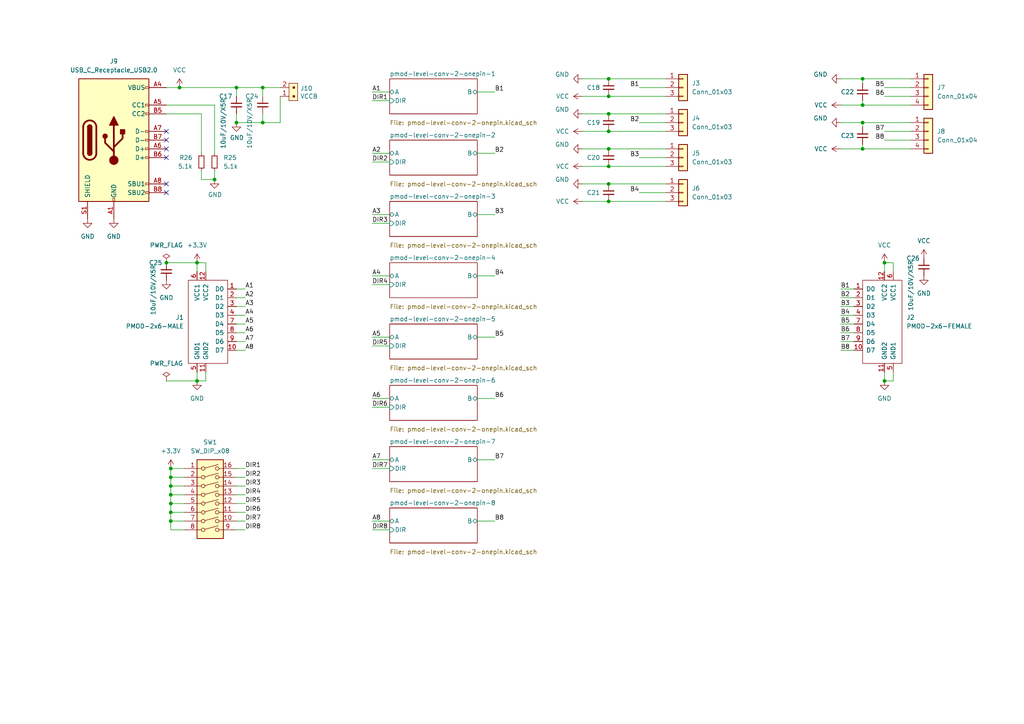
<source format=kicad_sch>
(kicad_sch (version 20230121) (generator eeschema)
  (paper "A4")
  (lib_symbols
    (symbol "dk_Rectangular-Connectors-Headers-Male-Pins:S2B-PH-SM4-TB_LF__SN_" (pin_names (offset 1.016))
      (property "Reference" "J" (at -2.54 -1.27 0))
      (property "Value" "S2B-PH-SM4-TB_LF__SN_" (at 1.27 -3.81 0))
      (symbol "S2B-PH-SM4-TB_LF__SN__1_1"
        (rectangle (start -1.27 0) (end 3.81 -2.54) (fill (type background)))
        (rectangle (start -0.254 -1.143) (end 0.254 -1.651) (fill (type outline)))
        (rectangle (start 2.286 -1.143) (end 2.794 -1.651) (fill (type outline)))
        (pin passive line (at 0 2.54 270) (length 2.54) (name "~") (number "1"))
        (pin passive line (at 2.54 2.54 270) (length 2.54) (name "~") (number "2"))
      )
    )
    (symbol "jlcpcb-basic-capacitor-0603:10uF,10V,X5R "
      (property "Reference" "C" (at 1.71 0.508 0))
      (property "Value" "10uF,10V,X5R " (at 1.71 -1.016 0))
      (symbol "10uF,10V,X5R _0_0"
        (polyline (pts (xy -1.524 -0.508) (xy 1.524 -0.508)) (stroke (width 0.3048)))
        (polyline (pts (xy -1.524 0.508) (xy 1.524 0.508)) (stroke (width 0.3048)))
        (pin passive line (at 0 2.54 270) (length 2.032) (name "~") (number "1"))
        (pin passive line (at 0 -2.54 90) (length 2.032) (name "~") (number "2"))
      )
    )
    (symbol "jlcpcb-basic-resistor-0402:5.1k"
      (property "Reference" "R" (at 0.762 0.508 0))
      (property "Value" "5.1k" (at 0.762 -1.016 0))
      (symbol "5.1k_0_0"
        (rectangle (start -0.762 1.778) (end 0.762 -1.778) (stroke (width 0.2032)))
        (pin passive line (at 0 2.54 270) (length 0.762) (name "~") (number "1"))
        (pin passive line (at 0 -2.54 90) (length 0.762) (name "~") (number "2"))
      )
    )
    (symbol "power:+3.3V" (power) (pin_names (offset 0))
      (property "Value" "+3.3V" (at 0 3.556 0))
      (symbol "+3.3V_0_1"
        (polyline (pts (xy -0.762 1.27) (xy 0 2.54)))
        (polyline (pts (xy 0 0) (xy 0 2.54)))
        (polyline (pts (xy 0 2.54) (xy 0.762 1.27)))
      )
      (symbol "+3.3V_1_1"
        (pin power_in line (at 0 0 90) (length 0) hide (name "+3.3V") (number "1"))
      )
    )
    (symbol "power:GND" (power) (pin_names (offset 0))
      (property "Value" "GND" (at 0 -3.81 0))
      (symbol "GND_0_1"
        (polyline (pts (xy 0 0) (xy 0 -1.27) (xy 1.27 -1.27) (xy 0 -2.54) (xy -1.27 -1.27) (xy 0 -1.27)))
      )
      (symbol "GND_1_1"
        (pin power_in line (at 0 0 270) (length 0) hide (name "GND") (number "1"))
      )
    )
    (symbol "power:PWR_FLAG" (power) (pin_numbers hide) (pin_names (offset 0) hide)
      (property "Value" "PWR_FLAG" (at 0 3.81 0))
      (symbol "PWR_FLAG_0_0"
        (pin power_out line (at 0 0 90) (length 0) (name "pwr") (number "1"))
      )
      (symbol "PWR_FLAG_0_1"
        (polyline (pts (xy 0 0) (xy 0 1.27) (xy -1.016 1.905) (xy 0 2.54) (xy 1.016 1.905) (xy 0 1.27)))
      )
    )
    (symbol "power:VCC" (power) (pin_names (offset 0))
      (property "Value" "VCC" (at 0 3.81 0))
      (symbol "VCC_0_1"
        (polyline (pts (xy -0.762 1.27) (xy 0 2.54)))
        (polyline (pts (xy 0 0) (xy 0 2.54)))
        (polyline (pts (xy 0 2.54) (xy 0.762 1.27)))
      )
      (symbol "VCC_1_1"
        (pin power_in line (at 0 0 90) (length 0) hide (name "VCC") (number "1"))
      )
    )
    (symbol "tom-connectors:Conn_01x03" (pin_names (offset 1.016) hide)
      (property "Reference" "J" (at 0 5.08 0))
      (property "Value" "Conn_01x03" (at 0 -5.08 0))
      (symbol "Conn_01x03_1_1"
        (rectangle (start -1.27 -2.413) (end 0 -2.667) (stroke (width 0.1524)))
        (rectangle (start -1.27 0.127) (end 0 -0.127) (stroke (width 0.1524)))
        (rectangle (start -1.27 2.667) (end 0 2.413) (stroke (width 0.1524)))
        (rectangle (start -1.27 3.81) (end 1.27 -3.81) (stroke (width 0.254)) (fill (type background)))
        (pin passive line (at -5.08 2.54 0) (length 3.81) (name "Pin_1") (number "1"))
        (pin passive line (at -5.08 0 0) (length 3.81) (name "Pin_2") (number "2"))
        (pin passive line (at -5.08 -2.54 0) (length 3.81) (name "Pin_3") (number "3"))
      )
    )
    (symbol "tom-connectors:Conn_01x04" (pin_names (offset 1.016) hide)
      (property "Reference" "J" (at 0 5.08 0))
      (property "Value" "Conn_01x04" (at 0 -7.62 0))
      (symbol "Conn_01x04_1_1"
        (rectangle (start -1.27 -4.953) (end 0 -5.207) (stroke (width 0.1524)))
        (rectangle (start -1.27 -2.413) (end 0 -2.667) (stroke (width 0.1524)))
        (rectangle (start -1.27 0.127) (end 0 -0.127) (stroke (width 0.1524)))
        (rectangle (start -1.27 2.667) (end 0 2.413) (stroke (width 0.1524)))
        (rectangle (start -1.27 3.81) (end 1.27 -6.35) (stroke (width 0.254)) (fill (type background)))
        (pin passive line (at -5.08 2.54 0) (length 3.81) (name "Pin_1") (number "1"))
        (pin passive line (at -5.08 0 0) (length 3.81) (name "Pin_2") (number "2"))
        (pin passive line (at -5.08 -2.54 0) (length 3.81) (name "Pin_3") (number "3"))
        (pin passive line (at -5.08 -5.08 0) (length 3.81) (name "Pin_4") (number "4"))
      )
    )
    (symbol "tom-connectors:PMOD-2x6-FEMALE" (pin_names (offset 1.016))
      (property "Reference" "J" (at 3.81 -11.43 0))
      (property "Value" "PMOD-2x6-FEMALE" (at -7.62 0 90))
      (symbol "PMOD-2x6-FEMALE_1_1"
        (rectangle (start -6.35 11.43) (end 5.08 -12.7))
        (rectangle (start 3.81 -6.35) (end 3.81 -6.35))
        (pin bidirectional line (at 7.62 8.89 180) (length 2.54) (name "D0") (number "1"))
        (pin bidirectional line (at 7.62 -8.89 180) (length 2.54) (name "D7") (number "10"))
        (pin passive line (at -1.27 -15.24 90) (length 2.54) (name "GND2") (number "11"))
        (pin passive line (at -1.27 13.97 270) (length 2.54) (name "VCC2") (number "12"))
        (pin bidirectional line (at 7.62 6.35 180) (length 2.54) (name "D1") (number "2"))
        (pin bidirectional line (at 7.62 3.81 180) (length 2.54) (name "D2") (number "3"))
        (pin bidirectional line (at 7.62 1.27 180) (length 2.54) (name "D3") (number "4"))
        (pin passive line (at -3.81 -15.24 90) (length 2.54) (name "GND1") (number "5"))
        (pin passive line (at -3.81 13.97 270) (length 2.54) (name "VCC1") (number "6"))
        (pin bidirectional line (at 7.62 -1.27 180) (length 2.54) (name "D4") (number "7"))
        (pin bidirectional line (at 7.62 -3.81 180) (length 2.54) (name "D5") (number "8"))
        (pin bidirectional line (at 7.62 -6.35 180) (length 2.54) (name "D6") (number "9"))
      )
    )
    (symbol "tom-connectors:PMOD-2x6-MALE" (pin_names (offset 1.016))
      (property "Reference" "J" (at 2.54 -13.97 0))
      (property "Value" "PMOD-2x6-MALE" (at -8.89 -2.54 90))
      (symbol "PMOD-2x6-MALE_0_1"
        (rectangle (start -7.62 8.89) (end 3.81 -15.24))
        (rectangle (start 2.54 -8.89) (end 2.54 -8.89))
      )
      (symbol "PMOD-2x6-MALE_1_1"
        (pin bidirectional line (at 6.35 6.35 180) (length 2.54) (name "D0") (number "1"))
        (pin bidirectional line (at 6.35 -11.43 180) (length 2.54) (name "D7") (number "10"))
        (pin passive line (at -2.54 -17.78 90) (length 2.54) (name "GND2") (number "11"))
        (pin passive line (at -2.54 11.43 270) (length 2.54) (name "VCC2") (number "12"))
        (pin bidirectional line (at 6.35 3.81 180) (length 2.54) (name "D1") (number "2"))
        (pin bidirectional line (at 6.35 1.27 180) (length 2.54) (name "D2") (number "3"))
        (pin bidirectional line (at 6.35 -1.27 180) (length 2.54) (name "D3") (number "4"))
        (pin passive line (at -5.08 -17.78 90) (length 2.54) (name "GND1") (number "5"))
        (pin passive line (at -5.08 11.43 270) (length 2.54) (name "VCC1") (number "6"))
        (pin bidirectional line (at 6.35 -3.81 180) (length 2.54) (name "D4") (number "7"))
        (pin bidirectional line (at 6.35 -6.35 180) (length 2.54) (name "D5") (number "8"))
        (pin bidirectional line (at 6.35 -8.89 180) (length 2.54) (name "D6") (number "9"))
      )
    )
    (symbol "tom-connectors:USB_C_Receptacle_USB2.0" (pin_names (offset 1.016))
      (property "Reference" "J" (at -10.16 19.05 0))
      (property "Value" "USB_C_Receptacle_USB2.0" (at 19.05 19.05 0))
      (symbol "USB_C_Receptacle_USB2.0_0_0"
        (rectangle (start -0.254 -17.78) (end 0.254 -16.764))
        (rectangle (start 10.16 -14.986) (end 9.144 -15.494))
        (rectangle (start 10.16 -12.446) (end 9.144 -12.954))
        (rectangle (start 10.16 -4.826) (end 9.144 -5.334))
        (rectangle (start 10.16 -2.286) (end 9.144 -2.794))
        (rectangle (start 10.16 0.254) (end 9.144 -0.254))
        (rectangle (start 10.16 2.794) (end 9.144 2.286))
        (rectangle (start 10.16 7.874) (end 9.144 7.366))
        (rectangle (start 10.16 10.414) (end 9.144 9.906))
        (rectangle (start 10.16 15.494) (end 9.144 14.986))
      )
      (symbol "USB_C_Receptacle_USB2.0_0_1"
        (rectangle (start -10.16 17.78) (end 10.16 -17.78) (stroke (width 0.254)) (fill (type background)))
        (arc (start -8.89 -3.81) (mid -6.985 -5.7067) (end -5.08 -3.81) (stroke (width 0.508)))
        (arc (start -7.62 -3.81) (mid -6.985 -4.4423) (end -6.35 -3.81) (stroke (width 0.254)))
        (arc (start -7.62 -3.81) (mid -6.985 -4.4423) (end -6.35 -3.81) (stroke (width 0.254)) (fill (type outline)))
        (rectangle (start -7.62 -3.81) (end -6.35 3.81) (stroke (width 0.254)) (fill (type outline)))
        (arc (start -6.35 3.81) (mid -6.985 4.4423) (end -7.62 3.81) (stroke (width 0.254)))
        (arc (start -6.35 3.81) (mid -6.985 4.4423) (end -7.62 3.81) (stroke (width 0.254)) (fill (type outline)))
        (arc (start -5.08 3.81) (mid -6.985 5.7067) (end -8.89 3.81) (stroke (width 0.508)))
        (circle (center -2.54 1.143) (radius 0.635) (stroke (width 0.254)) (fill (type outline)))
        (circle (center 0 -5.842) (radius 1.27) (fill (type outline)))
        (polyline (pts (xy -8.89 -3.81) (xy -8.89 3.81)) (stroke (width 0.508)))
        (polyline (pts (xy -5.08 3.81) (xy -5.08 -3.81)) (stroke (width 0.508)))
        (polyline (pts (xy 0 -5.842) (xy 0 4.318)) (stroke (width 0.508)))
        (polyline (pts (xy 0 -3.302) (xy -2.54 -0.762) (xy -2.54 0.508)) (stroke (width 0.508)))
        (polyline (pts (xy 0 -2.032) (xy 2.54 0.508) (xy 2.54 1.778)) (stroke (width 0.508)))
        (polyline (pts (xy -1.27 4.318) (xy 0 6.858) (xy 1.27 4.318) (xy -1.27 4.318)) (stroke (width 0.254)) (fill (type outline)))
        (rectangle (start 1.905 1.778) (end 3.175 3.048) (stroke (width 0.254)) (fill (type outline)))
      )
      (symbol "USB_C_Receptacle_USB2.0_1_1"
        (pin passive line (at 0 -22.86 90) (length 5.08) (name "GND") (number "A1"))
        (pin passive line (at 0 -22.86 90) (length 5.08) hide (name "GND") (number "A12"))
        (pin passive line (at 15.24 15.24 180) (length 5.08) (name "VBUS") (number "A4"))
        (pin bidirectional line (at 15.24 10.16 180) (length 5.08) (name "CC1") (number "A5"))
        (pin bidirectional line (at 15.24 -2.54 180) (length 5.08) (name "D+") (number "A6"))
        (pin bidirectional line (at 15.24 2.54 180) (length 5.08) (name "D-") (number "A7"))
        (pin bidirectional line (at 15.24 -12.7 180) (length 5.08) (name "SBU1") (number "A8"))
        (pin passive line (at 15.24 15.24 180) (length 5.08) hide (name "VBUS") (number "A9"))
        (pin passive line (at 0 -22.86 90) (length 5.08) hide (name "GND") (number "B1"))
        (pin passive line (at 0 -22.86 90) (length 5.08) hide (name "GND") (number "B12"))
        (pin passive line (at 15.24 15.24 180) (length 5.08) hide (name "VBUS") (number "B4"))
        (pin bidirectional line (at 15.24 7.62 180) (length 5.08) (name "CC2") (number "B5"))
        (pin bidirectional line (at 15.24 -5.08 180) (length 5.08) (name "D+") (number "B6"))
        (pin bidirectional line (at 15.24 0 180) (length 5.08) (name "D-") (number "B7"))
        (pin bidirectional line (at 15.24 -15.24 180) (length 5.08) (name "SBU2") (number "B8"))
        (pin passive line (at 15.24 15.24 180) (length 5.08) hide (name "VBUS") (number "B9"))
        (pin passive line (at -7.62 -22.86 90) (length 5.08) (name "SHIELD") (number "S1"))
      )
    )
    (symbol "tom-mechanical:SW_DIP_x08" (pin_names (offset 0) hide)
      (property "Reference" "SW" (at 0 13.97 0))
      (property "Value" "SW_DIP_x08" (at 0 -11.43 0))
      (symbol "SW_DIP_x08_0_0"
        (circle (center -2.032 -7.62) (radius 0.508))
        (circle (center -2.032 -5.08) (radius 0.508))
        (circle (center -2.032 -2.54) (radius 0.508))
        (circle (center -2.032 0) (radius 0.508))
        (circle (center -2.032 2.54) (radius 0.508))
        (circle (center -2.032 5.08) (radius 0.508))
        (circle (center -2.032 7.62) (radius 0.508))
        (circle (center -2.032 10.16) (radius 0.508))
        (polyline (pts (xy -1.524 -7.4676) (xy 2.3622 -6.4262)))
        (polyline (pts (xy -1.524 -4.9276) (xy 2.3622 -3.8862)))
        (polyline (pts (xy -1.524 -2.3876) (xy 2.3622 -1.3462)))
        (polyline (pts (xy -1.524 0.127) (xy 2.3622 1.1684)))
        (polyline (pts (xy -1.524 2.667) (xy 2.3622 3.7084)))
        (polyline (pts (xy -1.524 5.207) (xy 2.3622 6.2484)))
        (polyline (pts (xy -1.524 7.747) (xy 2.3622 8.7884)))
        (polyline (pts (xy -1.524 10.287) (xy 2.3622 11.3284)))
        (circle (center 2.032 -7.62) (radius 0.508))
        (circle (center 2.032 -5.08) (radius 0.508))
        (circle (center 2.032 -2.54) (radius 0.508))
        (circle (center 2.032 0) (radius 0.508))
        (circle (center 2.032 2.54) (radius 0.508))
        (circle (center 2.032 5.08) (radius 0.508))
        (circle (center 2.032 7.62) (radius 0.508))
        (circle (center 2.032 10.16) (radius 0.508))
      )
      (symbol "SW_DIP_x08_0_1"
        (rectangle (start -3.81 12.7) (end 3.81 -10.16) (stroke (width 0.254)) (fill (type background)))
      )
      (symbol "SW_DIP_x08_1_1"
        (pin passive line (at -7.62 10.16 0) (length 5.08) (name "~") (number "1"))
        (pin passive line (at 7.62 -5.08 180) (length 5.08) (name "~") (number "10"))
        (pin passive line (at 7.62 -2.54 180) (length 5.08) (name "~") (number "11"))
        (pin passive line (at 7.62 0 180) (length 5.08) (name "~") (number "12"))
        (pin passive line (at 7.62 2.54 180) (length 5.08) (name "~") (number "13"))
        (pin passive line (at 7.62 5.08 180) (length 5.08) (name "~") (number "14"))
        (pin passive line (at 7.62 7.62 180) (length 5.08) (name "~") (number "15"))
        (pin passive line (at 7.62 10.16 180) (length 5.08) (name "~") (number "16"))
        (pin passive line (at -7.62 7.62 0) (length 5.08) (name "~") (number "2"))
        (pin passive line (at -7.62 5.08 0) (length 5.08) (name "~") (number "3"))
        (pin passive line (at -7.62 2.54 0) (length 5.08) (name "~") (number "4"))
        (pin passive line (at -7.62 0 0) (length 5.08) (name "~") (number "5"))
        (pin passive line (at -7.62 -2.54 0) (length 5.08) (name "~") (number "6"))
        (pin passive line (at -7.62 -5.08 0) (length 5.08) (name "~") (number "7"))
        (pin passive line (at -7.62 -7.62 0) (length 5.08) (name "~") (number "8"))
        (pin passive line (at 7.62 -7.62 180) (length 5.08) (name "~") (number "9"))
      )
    )
  )
  (junction (at 57.15 76.2))
  (junction (at 48.26 76.2))
  (junction (at 176.53 22.86))
  (junction (at 49.53 140.97))
  (junction (at 250.19 30.48))
  (junction (at 62.23 52.07))
  (junction (at 57.15 110.49))
  (junction (at 76.2 25.4))
  (junction (at 49.53 138.43))
  (junction (at 256.54 110.49))
  (junction (at 176.53 43.18))
  (junction (at 68.58 35.56))
  (junction (at 250.19 35.56))
  (junction (at 52.07 25.4))
  (junction (at 49.53 151.13))
  (junction (at 49.53 143.51))
  (junction (at 49.53 146.05))
  (junction (at 176.53 38.1))
  (junction (at 250.19 22.86))
  (junction (at 76.2 35.56))
  (junction (at 49.53 148.59))
  (junction (at 49.53 135.89))
  (junction (at 176.53 58.42))
  (junction (at 256.54 76.2))
  (junction (at 68.58 25.4))
  (junction (at 176.53 53.34))
  (junction (at 176.53 27.94))
  (junction (at 250.19 43.18))
  (junction (at 176.53 48.26))
  (junction (at 176.53 33.02))
  (no_connect (at 48.26 55.88))
  (no_connect (at 48.26 43.18))
  (no_connect (at 48.26 53.34))
  (no_connect (at 48.26 38.1))
  (no_connect (at 48.26 45.72))
  (no_connect (at 48.26 40.64))
  (wire (pts (xy 68.58 148.59) (xy 71.12 148.59)))
  (wire (pts (xy 68.58 99.06) (xy 71.12 99.06)))
  (wire (pts (xy 168.91 43.18) (xy 176.53 43.18)))
  (wire (pts (xy 68.58 96.52) (xy 71.12 96.52)))
  (wire (pts (xy 62.23 30.48) (xy 48.26 30.48)))
  (wire (pts (xy 49.53 143.51) (xy 53.34 143.51)))
  (wire (pts (xy 250.19 43.18) (xy 264.16 43.18)))
  (wire (pts (xy 49.53 140.97) (xy 49.53 143.51)))
  (wire (pts (xy 250.19 30.48) (xy 264.16 30.48)))
  (wire (pts (xy 107.95 26.67) (xy 113.03 26.67)))
  (wire (pts (xy 68.58 138.43) (xy 71.12 138.43)))
  (wire (pts (xy 107.95 44.45) (xy 113.03 44.45)))
  (wire (pts (xy 243.84 43.18) (xy 250.19 43.18)))
  (wire (pts (xy 138.43 115.57) (xy 143.51 115.57)))
  (wire (pts (xy 185.42 45.72) (xy 193.04 45.72)))
  (wire (pts (xy 250.19 29.21) (xy 250.19 30.48)))
  (wire (pts (xy 176.53 38.1) (xy 193.04 38.1)))
  (wire (pts (xy 48.26 25.4) (xy 52.07 25.4)))
  (wire (pts (xy 107.95 100.33) (xy 113.03 100.33)))
  (wire (pts (xy 259.08 78.74) (xy 259.08 76.2)))
  (wire (pts (xy 107.95 29.21) (xy 113.03 29.21)))
  (wire (pts (xy 107.95 115.57) (xy 113.03 115.57)))
  (wire (pts (xy 243.84 93.98) (xy 247.65 93.98)))
  (wire (pts (xy 256.54 38.1) (xy 264.16 38.1)))
  (wire (pts (xy 138.43 44.45) (xy 143.51 44.45)))
  (wire (pts (xy 68.58 153.67) (xy 71.12 153.67)))
  (wire (pts (xy 68.58 83.82) (xy 71.12 83.82)))
  (wire (pts (xy 49.53 151.13) (xy 53.34 151.13)))
  (wire (pts (xy 107.95 97.79) (xy 113.03 97.79)))
  (wire (pts (xy 49.53 146.05) (xy 49.53 148.59)))
  (wire (pts (xy 59.69 107.95) (xy 59.69 110.49)))
  (wire (pts (xy 107.95 82.55) (xy 113.03 82.55)))
  (wire (pts (xy 49.53 135.89) (xy 53.34 135.89)))
  (wire (pts (xy 176.53 48.26) (xy 193.04 48.26)))
  (wire (pts (xy 68.58 101.6) (xy 71.12 101.6)))
  (wire (pts (xy 243.84 96.52) (xy 247.65 96.52)))
  (wire (pts (xy 49.53 146.05) (xy 53.34 146.05)))
  (wire (pts (xy 250.19 22.86) (xy 264.16 22.86)))
  (wire (pts (xy 107.95 46.99) (xy 113.03 46.99)))
  (wire (pts (xy 168.91 27.94) (xy 176.53 27.94)))
  (wire (pts (xy 68.58 88.9) (xy 71.12 88.9)))
  (wire (pts (xy 176.53 22.86) (xy 193.04 22.86)))
  (wire (pts (xy 59.69 76.2) (xy 59.69 78.74)))
  (wire (pts (xy 168.91 53.34) (xy 176.53 53.34)))
  (wire (pts (xy 68.58 140.97) (xy 71.12 140.97)))
  (wire (pts (xy 107.95 151.13) (xy 113.03 151.13)))
  (wire (pts (xy 138.43 80.01) (xy 143.51 80.01)))
  (wire (pts (xy 49.53 151.13) (xy 49.53 153.67)))
  (wire (pts (xy 49.53 138.43) (xy 49.53 140.97)))
  (wire (pts (xy 138.43 151.13) (xy 143.51 151.13)))
  (wire (pts (xy 138.43 97.79) (xy 143.51 97.79)))
  (wire (pts (xy 49.53 148.59) (xy 49.53 151.13)))
  (wire (pts (xy 168.91 22.86) (xy 176.53 22.86)))
  (wire (pts (xy 107.95 64.77) (xy 113.03 64.77)))
  (wire (pts (xy 68.58 86.36) (xy 71.12 86.36)))
  (wire (pts (xy 250.19 35.56) (xy 264.16 35.56)))
  (wire (pts (xy 168.91 38.1) (xy 176.53 38.1)))
  (wire (pts (xy 52.07 25.4) (xy 68.58 25.4)))
  (wire (pts (xy 68.58 135.89) (xy 71.12 135.89)))
  (wire (pts (xy 49.53 138.43) (xy 53.34 138.43)))
  (wire (pts (xy 250.19 41.91) (xy 250.19 43.18)))
  (wire (pts (xy 256.54 25.4) (xy 264.16 25.4)))
  (wire (pts (xy 250.19 22.86) (xy 250.19 24.13)))
  (wire (pts (xy 107.95 80.01) (xy 113.03 80.01)))
  (wire (pts (xy 168.91 48.26) (xy 176.53 48.26)))
  (wire (pts (xy 57.15 76.2) (xy 57.15 78.74)))
  (wire (pts (xy 58.42 52.07) (xy 62.23 52.07)))
  (wire (pts (xy 107.95 62.23) (xy 113.03 62.23)))
  (wire (pts (xy 81.28 35.56) (xy 76.2 35.56)))
  (wire (pts (xy 68.58 93.98) (xy 71.12 93.98)))
  (wire (pts (xy 107.95 135.89) (xy 113.03 135.89)))
  (wire (pts (xy 76.2 33.02) (xy 76.2 35.56)))
  (wire (pts (xy 185.42 55.88) (xy 193.04 55.88)))
  (wire (pts (xy 48.26 76.2) (xy 57.15 76.2)))
  (wire (pts (xy 176.53 58.42) (xy 193.04 58.42)))
  (wire (pts (xy 243.84 101.6) (xy 247.65 101.6)))
  (wire (pts (xy 62.23 44.45) (xy 62.23 30.48)))
  (wire (pts (xy 176.53 43.18) (xy 193.04 43.18)))
  (wire (pts (xy 49.53 143.51) (xy 49.53 146.05)))
  (wire (pts (xy 256.54 107.95) (xy 256.54 110.49)))
  (wire (pts (xy 49.53 148.59) (xy 53.34 148.59)))
  (wire (pts (xy 243.84 22.86) (xy 250.19 22.86)))
  (wire (pts (xy 49.53 140.97) (xy 53.34 140.97)))
  (wire (pts (xy 68.58 33.02) (xy 68.58 35.56)))
  (wire (pts (xy 243.84 86.36) (xy 247.65 86.36)))
  (wire (pts (xy 76.2 35.56) (xy 68.58 35.56)))
  (wire (pts (xy 76.2 25.4) (xy 68.58 25.4)))
  (wire (pts (xy 256.54 40.64) (xy 264.16 40.64)))
  (wire (pts (xy 176.53 33.02) (xy 193.04 33.02)))
  (wire (pts (xy 185.42 35.56) (xy 193.04 35.56)))
  (wire (pts (xy 81.28 27.94) (xy 81.28 35.56)))
  (wire (pts (xy 168.91 33.02) (xy 176.53 33.02)))
  (wire (pts (xy 256.54 76.2) (xy 256.54 78.74)))
  (wire (pts (xy 81.28 25.4) (xy 76.2 25.4)))
  (wire (pts (xy 243.84 30.48) (xy 250.19 30.48)))
  (wire (pts (xy 138.43 26.67) (xy 143.51 26.67)))
  (wire (pts (xy 176.53 53.34) (xy 193.04 53.34)))
  (wire (pts (xy 49.53 153.67) (xy 53.34 153.67)))
  (wire (pts (xy 57.15 76.2) (xy 59.69 76.2)))
  (wire (pts (xy 68.58 143.51) (xy 71.12 143.51)))
  (wire (pts (xy 243.84 91.44) (xy 247.65 91.44)))
  (wire (pts (xy 48.26 110.49) (xy 57.15 110.49)))
  (wire (pts (xy 243.84 35.56) (xy 250.19 35.56)))
  (wire (pts (xy 243.84 88.9) (xy 247.65 88.9)))
  (wire (pts (xy 107.95 118.11) (xy 113.03 118.11)))
  (wire (pts (xy 259.08 110.49) (xy 256.54 110.49)))
  (wire (pts (xy 250.19 35.56) (xy 250.19 36.83)))
  (wire (pts (xy 256.54 27.94) (xy 264.16 27.94)))
  (wire (pts (xy 168.91 58.42) (xy 176.53 58.42)))
  (wire (pts (xy 58.42 49.53) (xy 58.42 52.07)))
  (wire (pts (xy 62.23 49.53) (xy 62.23 52.07)))
  (wire (pts (xy 68.58 25.4) (xy 68.58 27.94)))
  (wire (pts (xy 107.95 133.35) (xy 113.03 133.35)))
  (wire (pts (xy 138.43 133.35) (xy 143.51 133.35)))
  (wire (pts (xy 48.26 33.02) (xy 58.42 33.02)))
  (wire (pts (xy 58.42 33.02) (xy 58.42 44.45)))
  (wire (pts (xy 68.58 91.44) (xy 71.12 91.44)))
  (wire (pts (xy 243.84 99.06) (xy 247.65 99.06)))
  (wire (pts (xy 138.43 62.23) (xy 143.51 62.23)))
  (wire (pts (xy 49.53 135.89) (xy 49.53 138.43)))
  (wire (pts (xy 107.95 153.67) (xy 113.03 153.67)))
  (wire (pts (xy 68.58 151.13) (xy 71.12 151.13)))
  (wire (pts (xy 59.69 110.49) (xy 57.15 110.49)))
  (wire (pts (xy 57.15 110.49) (xy 57.15 107.95)))
  (wire (pts (xy 176.53 27.94) (xy 193.04 27.94)))
  (wire (pts (xy 68.58 146.05) (xy 71.12 146.05)))
  (wire (pts (xy 259.08 107.95) (xy 259.08 110.49)))
  (wire (pts (xy 259.08 76.2) (xy 256.54 76.2)))
  (wire (pts (xy 185.42 25.4) (xy 193.04 25.4)))
  (wire (pts (xy 243.84 83.82) (xy 247.65 83.82)))
  (wire (pts (xy 76.2 25.4) (xy 76.2 27.94)))
  (label "DIR7" (at 71.12 151.13 0))
  (label "B8" (at 243.84 101.6 0))
  (label "B1" (at 243.84 83.82 0))
  (label "DIR5" (at 71.12 146.05 0))
  (label "A5" (at 71.12 93.98 0))
  (label "DIR1" (at 107.95 29.21 0))
  (label "A2" (at 107.95 44.45 0))
  (label "B1" (at 185.42 25.4 180))
  (label "A4" (at 107.95 80.01 0))
  (label "A1" (at 107.95 26.67 0))
  (label "A3" (at 71.12 88.9 0))
  (label "B4" (at 185.42 55.88 180))
  (label "B3" (at 185.42 45.72 180))
  (label "B6" (at 243.84 96.52 0))
  (label "A8" (at 71.12 101.6 0))
  (label "B8" (at 143.51 151.13 0))
  (label "DIR2" (at 71.12 138.43 0))
  (label "A7" (at 107.95 133.35 0))
  (label "B7" (at 143.51 133.35 0))
  (label "B5" (at 243.84 93.98 0))
  (label "B5" (at 143.51 97.79 0))
  (label "A3" (at 107.95 62.23 0))
  (label "DIR5" (at 107.95 100.33 0))
  (label "A6" (at 71.12 96.52 0))
  (label "B5" (at 256.54 25.4 180))
  (label "B3" (at 243.84 88.9 0))
  (label "B7" (at 243.84 99.06 0))
  (label "B2" (at 185.42 35.56 180))
  (label "A2" (at 71.12 86.36 0))
  (label "B6" (at 143.51 115.57 0))
  (label "DIR6" (at 71.12 148.59 0))
  (label "DIR7" (at 107.95 135.89 0))
  (label "A5" (at 107.95 97.79 0))
  (label "DIR3" (at 71.12 140.97 0))
  (label "B2" (at 143.51 44.45 0))
  (label "DIR1" (at 71.12 135.89 0))
  (label "A8" (at 107.95 151.13 0))
  (label "DIR3" (at 107.95 64.77 0))
  (label "DIR6" (at 107.95 118.11 0))
  (label "DIR4" (at 71.12 143.51 0))
  (label "A7" (at 71.12 99.06 0))
  (label "B8" (at 256.54 40.64 180))
  (label "DIR2" (at 107.95 46.99 0))
  (label "DIR8" (at 107.95 153.67 0))
  (label "B3" (at 143.51 62.23 0))
  (label "B6" (at 256.54 27.94 180))
  (label "A1" (at 71.12 83.82 0))
  (label "B2" (at 243.84 86.36 0))
  (label "DIR4" (at 107.95 82.55 0))
  (label "A6" (at 107.95 115.57 0))
  (label "A4" (at 71.12 91.44 0))
  (label "B7" (at 256.54 38.1 180))
  (label "B4" (at 243.84 91.44 0))
  (label "DIR8" (at 71.12 153.67 0))
  (label "B4" (at 143.51 80.01 0))
  (label "B1" (at 143.51 26.67 0))
  (symbol (lib_id "power:GND") (at 256.54 110.49 0) (unit 1)
    (property "Reference" "#PWR043" (effects hide))
    (property "Value" "GND" (at 256.54 115.57 0))
  )
  (symbol (lib_id "tom-connectors:PMOD-2x6-FEMALE") (at 255.27 92.71 0) (mirror y) (unit 1) (in_bom no)
    (property "Reference" "J2" (at 262.89 92.075 0) (effects (justify right)))
    (property "Value" "PMOD-2x6-FEMALE" (at 262.89 94.615 0) (effects (justify right)))
    (property "Footprint" "tom-connectors:PMOD_2X6_PTH_RA_SOCKET" (effects hide))
    (property "LCSC" "DNP" (effects hide))
  )
  (symbol (lib_id "power:GND") (at 168.91 22.86 270) (unit 1)
    (property "Reference" "#PWR045" (effects hide))
    (property "Value" "GND" (at 165.1 21.59 90) (effects (justify right)))
  )
  (symbol (lib_id "jlcpcb-basic-capacitor-0603:10uF,10V,X5R ") (at 48.26 78.74 0) (unit 1)
    (property "Reference" "C25" (at 43.18 76.2 0) (effects (justify left)))
    (property "Value" "10uF/10V/X5R " (at 44.45 91.44 90) (effects (justify left)))
    (property "Footprint" "tom-passives:C_0603_1608Metric" (effects hide))
    (property "Datasheet" "https://datasheet.lcsc.com/lcsc/1810191219_Samsung-Electro-Mechanics-CL10A106KP8NNNC_C19702.pdf" (effects hide))
    (property "LCSC" "C19702" (effects hide))
    (property "MFG" "Samsung Electro-Mechanics" (effects hide))
    (property "MFGPN" "CL10A106KP8NNNC" (effects hide))
  )
  (symbol (lib_id "jlcpcb-basic-capacitor-0603:10uF,10V,X5R ") (at 176.53 55.88 0) (unit 1)
    (property "Reference" "C21" (at 170.18 55.88 0) (effects (justify left)))
    (property "Value" "10uF/10V/X5R " (effects hide))
    (property "Footprint" "tom-passives:C_0603_1608Metric" (effects hide))
    (property "Datasheet" "https://datasheet.lcsc.com/lcsc/1810191219_Samsung-Electro-Mechanics-CL10A106KP8NNNC_C19702.pdf" (effects hide))
    (property "LCSC" "C19702" (effects hide))
    (property "MFG" "Samsung Electro-Mechanics" (effects hide))
    (property "MFGPN" "CL10A106KP8NNNC" (effects hide))
  )
  (symbol (lib_id "power:GND") (at 62.23 52.07 0) (unit 1)
    (property "Reference" "#PWR062" (effects hide))
    (property "Value" "GND" (at 62.357 56.4642 0))
  )
  (symbol (lib_id "tom-connectors:PMOD-2x6-MALE") (at 62.23 90.17 0) (unit 1) (in_bom no)
    (property "Reference" "J1" (at 53.34 92.075 0) (effects (justify right)))
    (property "Value" "PMOD-2x6-MALE" (at 53.34 94.615 0) (effects (justify right)))
    (property "Footprint" "tom-connectors:PMOD_2X6_PTH_RA_PLUG" (effects hide))
    (property "LCSC" "DNP" (effects hide))
  )
  (symbol (lib_id "jlcpcb-basic-capacitor-0603:10uF,10V,X5R ") (at 68.58 30.48 0) (unit 1)
    (property "Reference" "C17" (at 63.5 27.94 0) (effects (justify left)))
    (property "Value" "10uF/10V/X5R " (at 64.77 43.18 90) (effects (justify left)))
    (property "Footprint" "tom-passives:C_0603_1608Metric" (effects hide))
    (property "Datasheet" "https://datasheet.lcsc.com/lcsc/1810191219_Samsung-Electro-Mechanics-CL10A106KP8NNNC_C19702.pdf" (effects hide))
    (property "LCSC" "C19702" (effects hide))
    (property "MFG" "Samsung Electro-Mechanics" (effects hide))
    (property "MFGPN" "CL10A106KP8NNNC" (effects hide))
  )
  (symbol (lib_id "power:+3.3V") (at 57.15 76.2 0) (unit 1)
    (property "Reference" "#PWR041" (effects hide))
    (property "Value" "+3.3V" (at 57.15 71.12 0))
  )
  (symbol (lib_id "power:VCC") (at 243.84 30.48 90) (unit 1)
    (property "Reference" "#PWR054" (effects hide))
    (property "Value" "VCC" (at 240.03 30.48 90) (effects (justify left)))
  )
  (symbol (lib_id "jlcpcb-basic-capacitor-0603:10uF,10V,X5R ") (at 267.97 77.47 0) (unit 1)
    (property "Reference" "C26" (at 262.89 74.93 0) (effects (justify left)))
    (property "Value" "10uF/10V/X5R " (at 264.16 90.17 90) (effects (justify left)))
    (property "Footprint" "tom-passives:C_0603_1608Metric" (effects hide))
    (property "Datasheet" "https://datasheet.lcsc.com/lcsc/1810191219_Samsung-Electro-Mechanics-CL10A106KP8NNNC_C19702.pdf" (effects hide))
    (property "LCSC" "C19702" (effects hide))
    (property "MFG" "Samsung Electro-Mechanics" (effects hide))
    (property "MFGPN" "CL10A106KP8NNNC" (effects hide))
  )
  (symbol (lib_id "power:VCC") (at 168.91 58.42 90) (unit 1)
    (property "Reference" "#PWR052" (effects hide))
    (property "Value" "VCC" (at 165.1 58.42 90) (effects (justify left)))
  )
  (symbol (lib_id "jlcpcb-basic-resistor-0402:5.1k") (at 62.23 46.99 0) (unit 1)
    (property "Reference" "R25" (at 64.77 45.72 0) (effects (justify left)))
    (property "Value" "5.1k" (at 64.77 48.26 0) (effects (justify left)))
    (property "Footprint" "tom-passives:R_0402_1005Metric" (effects hide))
    (property "Datasheet" "https://datasheet.lcsc.com/lcsc/2110260030_UNI-ROYAL-Uniroyal-Elec-0402WGF5101TCE_C25905.pdf" (effects hide))
    (property "LCSC" "C25905" (effects hide))
    (property "MFG" "UNI-ROYAL(Uniroyal Elec)" (effects hide))
    (property "MFGPN" "0402WGF5101TCE" (effects hide))
  )
  (symbol (lib_id "power:GND") (at 25.4 63.5 0) (unit 1)
    (property "Reference" "#PWR058" (effects hide))
    (property "Value" "GND" (at 25.4 68.58 0))
  )
  (symbol (lib_id "power:GND") (at 267.97 80.01 0) (unit 1)
    (property "Reference" "#PWR064" (effects hide))
    (property "Value" "GND" (at 267.97 85.09 0))
  )
  (symbol (lib_id "power:GND") (at 68.58 35.56 0) (unit 1)
    (property "Reference" "#PWR061" (effects hide))
    (property "Value" "GND" (at 68.707 39.9542 0))
  )
  (symbol (lib_id "power:VCC") (at 52.07 25.4 0) (unit 1)
    (property "Reference" "#PWR060" (effects hide))
    (property "Value" "VCC" (at 52.07 20.32 0))
  )
  (symbol (lib_id "power:VCC") (at 168.91 38.1 90) (unit 1)
    (property "Reference" "#PWR048" (effects hide))
    (property "Value" "VCC" (at 165.1 38.1 90) (effects (justify left)))
  )
  (symbol (lib_id "power:GND") (at 57.15 110.49 0) (unit 1)
    (property "Reference" "#PWR042" (effects hide))
    (property "Value" "GND" (at 57.15 115.57 0))
  )
  (symbol (lib_id "power:GND") (at 33.02 63.5 0) (unit 1)
    (property "Reference" "#PWR059" (effects hide))
    (property "Value" "GND" (at 33.02 68.58 0))
  )
  (symbol (lib_id "jlcpcb-basic-capacitor-0603:10uF,10V,X5R ") (at 176.53 45.72 0) (unit 1)
    (property "Reference" "C20" (at 170.18 45.72 0) (effects (justify left)))
    (property "Value" "10uF/10V/X5R " (effects hide))
    (property "Footprint" "tom-passives:C_0603_1608Metric" (effects hide))
    (property "Datasheet" "https://datasheet.lcsc.com/lcsc/1810191219_Samsung-Electro-Mechanics-CL10A106KP8NNNC_C19702.pdf" (effects hide))
    (property "LCSC" "C19702" (effects hide))
    (property "MFG" "Samsung Electro-Mechanics" (effects hide))
    (property "MFGPN" "CL10A106KP8NNNC" (effects hide))
  )
  (symbol (lib_id "tom-connectors:Conn_01x03") (at 198.12 25.4 0) (unit 1)
    (property "Reference" "J3" (at 200.66 24.13 0) (effects (justify left)))
    (property "Value" "Conn_01x03" (at 200.66 26.67 0) (effects (justify left)))
    (property "Footprint" "tom-connectors:CONN_ZH_3P_HORIZ_C722679" (effects hide))
    (property "LCSC" "C722679" (effects hide))
  )
  (symbol (lib_id "power:+3.3V") (at 49.53 135.89 0) (unit 1)
    (property "Reference" "#PWR057" (effects hide))
    (property "Value" "+3.3V" (at 49.53 130.81 0))
  )
  (symbol (lib_id "power:VCC") (at 243.84 43.18 90) (unit 1)
    (property "Reference" "#PWR056" (effects hide))
    (property "Value" "VCC" (at 240.03 43.18 90) (effects (justify left)))
  )
  (symbol (lib_id "power:GND") (at 168.91 33.02 270) (unit 1)
    (property "Reference" "#PWR047" (effects hide))
    (property "Value" "GND" (at 165.1 31.75 90) (effects (justify right)))
  )
  (symbol (lib_id "power:GND") (at 168.91 43.18 270) (unit 1)
    (property "Reference" "#PWR049" (effects hide))
    (property "Value" "GND" (at 165.1 41.91 90) (effects (justify right)))
  )
  (symbol (lib_id "jlcpcb-basic-capacitor-0603:10uF,10V,X5R ") (at 250.19 26.67 0) (unit 1)
    (property "Reference" "C22" (at 243.84 26.67 0) (effects (justify left)))
    (property "Value" "10uF/10V/X5R " (effects hide))
    (property "Footprint" "tom-passives:C_0603_1608Metric" (effects hide))
    (property "Datasheet" "https://datasheet.lcsc.com/lcsc/1810191219_Samsung-Electro-Mechanics-CL10A106KP8NNNC_C19702.pdf" (effects hide))
    (property "LCSC" "C19702" (effects hide))
    (property "MFG" "Samsung Electro-Mechanics" (effects hide))
    (property "MFGPN" "CL10A106KP8NNNC" (effects hide))
  )
  (symbol (lib_id "tom-connectors:USB_C_Receptacle_USB2.0") (at 33.02 40.64 0) (unit 1)
    (property "Reference" "J9" (at 33.02 17.78 0))
    (property "Value" "USB_C_Receptacle_USB2.0" (at 33.02 20.32 0))
    (property "Footprint" "tom-connectors:USB_C_Receptacle_LCSC_C165948" (effects hide))
    (property "Datasheet" "https://www.usb.org/sites/default/files/documents/usb_type-c.zip" (effects hide))
    (property "LCSC" "C165948" (effects hide))
  )
  (symbol (lib_id "power:GND") (at 48.26 81.28 0) (unit 1)
    (property "Reference" "#PWR063" (effects hide))
    (property "Value" "GND" (at 48.26 86.36 0))
  )
  (symbol (lib_id "tom-connectors:Conn_01x03") (at 198.12 55.88 0) (unit 1)
    (property "Reference" "J6" (at 200.66 54.61 0) (effects (justify left)))
    (property "Value" "Conn_01x03" (at 200.66 57.15 0) (effects (justify left)))
    (property "Footprint" "tom-connectors:CONN_ZH_3P_HORIZ_C722679" (effects hide))
    (property "LCSC" "C722679" (effects hide))
  )
  (symbol (lib_id "power:VCC") (at 267.97 74.93 0) (unit 1)
    (property "Reference" "#PWR065" (effects hide))
    (property "Value" "VCC" (at 267.97 69.85 0))
  )
  (symbol (lib_id "power:PWR_FLAG") (at 48.26 76.2 0) (unit 1)
    (property "Reference" "#FLG02" (effects hide))
    (property "Value" "PWR_FLAG" (at 48.26 71.12 0))
  )
  (symbol (lib_id "dk_Rectangular-Connectors-Headers-Male-Pins:S2B-PH-SM4-TB_LF__SN_") (at 83.82 27.94 90) (unit 1)
    (property "Reference" "J10" (at 87.0712 25.6286 90) (effects (justify right)))
    (property "Value" "VCCB" (at 87.0712 27.94 90) (effects (justify right)))
    (property "Footprint" "tom-connectors:CONN_ZH_2P_HORIZ_C265329" (effects hide))
    (property "Datasheet" "http://www.jst-mfg.com/product/pdf/eng/ePH.pdf" (effects hide))
    (property "LCSC" "C265329" (effects hide))
  )
  (symbol (lib_id "power:VCC") (at 168.91 48.26 90) (unit 1)
    (property "Reference" "#PWR050" (effects hide))
    (property "Value" "VCC" (at 165.1 48.26 90) (effects (justify left)))
  )
  (symbol (lib_id "power:GND") (at 168.91 53.34 270) (unit 1)
    (property "Reference" "#PWR051" (effects hide))
    (property "Value" "GND" (at 165.1 52.07 90) (effects (justify right)))
  )
  (symbol (lib_id "tom-connectors:Conn_01x03") (at 198.12 45.72 0) (unit 1)
    (property "Reference" "J5" (at 200.66 44.45 0) (effects (justify left)))
    (property "Value" "Conn_01x03" (at 200.66 46.99 0) (effects (justify left)))
    (property "Footprint" "tom-connectors:CONN_ZH_3P_HORIZ_C722679" (effects hide))
    (property "LCSC" "C722679" (effects hide))
  )
  (symbol (lib_id "power:VCC") (at 256.54 76.2 0) (unit 1)
    (property "Reference" "#PWR044" (effects hide))
    (property "Value" "VCC" (at 256.54 71.12 0))
  )
  (symbol (lib_id "tom-connectors:Conn_01x04") (at 269.24 25.4 0) (unit 1)
    (property "Reference" "J7" (at 271.78 25.4 0) (effects (justify left)))
    (property "Value" "Conn_01x04" (at 271.78 27.94 0) (effects (justify left)))
    (property "Footprint" "tom-connectors:CONN_ZH_4P_HORIZ_C5248024" (effects hide))
    (property "LCSC" "C5248024" (effects hide))
  )
  (symbol (lib_id "power:VCC") (at 168.91 27.94 90) (unit 1)
    (property "Reference" "#PWR046" (effects hide))
    (property "Value" "VCC" (at 165.1 27.94 90) (effects (justify left)))
  )
  (symbol (lib_id "power:GND") (at 243.84 22.86 270) (unit 1)
    (property "Reference" "#PWR053" (effects hide))
    (property "Value" "GND" (at 240.03 21.59 90) (effects (justify right)))
  )
  (symbol (lib_id "power:GND") (at 243.84 35.56 270) (unit 1)
    (property "Reference" "#PWR055" (effects hide))
    (property "Value" "GND" (at 240.03 34.29 90) (effects (justify right)))
  )
  (symbol (lib_id "tom-mechanical:SW_DIP_x08") (at 60.96 146.05 0) (unit 1) (in_bom no)
    (property "Reference" "SW1" (at 60.96 128.27 0))
    (property "Value" "SW_DIP_x08" (at 60.96 130.81 0))
    (property "Footprint" "tom-semiconductors:DIP-16_W7.62mm_Socket_LongPads" (effects hide))
    (property "LCSC" "DNP" (effects hide))
  )
  (symbol (lib_id "power:PWR_FLAG") (at 48.26 110.49 0) (unit 1)
    (property "Reference" "#FLG01" (effects hide))
    (property "Value" "PWR_FLAG" (at 48.26 105.41 0))
  )
  (symbol (lib_id "jlcpcb-basic-capacitor-0603:10uF,10V,X5R ") (at 250.19 39.37 0) (unit 1)
    (property "Reference" "C23" (at 243.84 39.37 0) (effects (justify left)))
    (property "Value" "10uF/10V/X5R " (effects hide))
    (property "Footprint" "tom-passives:C_0603_1608Metric" (effects hide))
    (property "Datasheet" "https://datasheet.lcsc.com/lcsc/1810191219_Samsung-Electro-Mechanics-CL10A106KP8NNNC_C19702.pdf" (effects hide))
    (property "LCSC" "C19702" (effects hide))
    (property "MFG" "Samsung Electro-Mechanics" (effects hide))
    (property "MFGPN" "CL10A106KP8NNNC" (effects hide))
  )
  (symbol (lib_id "tom-connectors:Conn_01x03") (at 198.12 35.56 0) (unit 1)
    (property "Reference" "J4" (at 200.66 34.29 0) (effects (justify left)))
    (property "Value" "Conn_01x03" (at 200.66 36.83 0) (effects (justify left)))
    (property "Footprint" "tom-connectors:CONN_ZH_3P_HORIZ_C722679" (effects hide))
    (property "LCSC" "C722679" (effects hide))
  )
  (symbol (lib_id "tom-connectors:Conn_01x04") (at 269.24 38.1 0) (unit 1)
    (property "Reference" "J8" (at 271.78 38.1 0) (effects (justify left)))
    (property "Value" "Conn_01x04" (at 271.78 40.64 0) (effects (justify left)))
    (property "Footprint" "tom-connectors:CONN_ZH_4P_HORIZ_C5248024" (effects hide))
    (property "LCSC" "C5248024" (effects hide))
  )
  (symbol (lib_id "jlcpcb-basic-capacitor-0603:10uF,10V,X5R ") (at 176.53 25.4 0) (unit 1)
    (property "Reference" "C18" (at 170.18 25.4 0) (effects (justify left)))
    (property "Value" "10uF/10V/X5R " (effects hide))
    (property "Footprint" "tom-passives:C_0603_1608Metric" (effects hide))
    (property "Datasheet" "https://datasheet.lcsc.com/lcsc/1810191219_Samsung-Electro-Mechanics-CL10A106KP8NNNC_C19702.pdf" (effects hide))
    (property "LCSC" "C19702" (effects hide))
    (property "MFG" "Samsung Electro-Mechanics" (effects hide))
    (property "MFGPN" "CL10A106KP8NNNC" (effects hide))
  )
  (symbol (lib_id "jlcpcb-basic-capacitor-0603:10uF,10V,X5R ") (at 76.2 30.48 0) (unit 1)
    (property "Reference" "C24" (at 71.12 27.94 0) (effects (justify left)))
    (property "Value" "10uF/10V/X5R " (at 72.39 43.18 90) (effects (justify left)))
    (property "Footprint" "tom-passives:C_0603_1608Metric" (effects hide))
    (property "Datasheet" "https://datasheet.lcsc.com/lcsc/1810191219_Samsung-Electro-Mechanics-CL10A106KP8NNNC_C19702.pdf" (effects hide))
    (property "LCSC" "C19702" (effects hide))
    (property "MFG" "Samsung Electro-Mechanics" (effects hide))
    (property "MFGPN" "CL10A106KP8NNNC" (effects hide))
  )
  (symbol (lib_id "jlcpcb-basic-capacitor-0603:10uF,10V,X5R ") (at 176.53 35.56 0) (unit 1)
    (property "Reference" "C19" (at 170.18 35.56 0) (effects (justify left)))
    (property "Value" "10uF/10V/X5R " (effects hide))
    (property "Footprint" "tom-passives:C_0603_1608Metric" (effects hide))
    (property "Datasheet" "https://datasheet.lcsc.com/lcsc/1810191219_Samsung-Electro-Mechanics-CL10A106KP8NNNC_C19702.pdf" (effects hide))
    (property "LCSC" "C19702" (effects hide))
    (property "MFG" "Samsung Electro-Mechanics" (effects hide))
    (property "MFGPN" "CL10A106KP8NNNC" (effects hide))
  )
  (symbol (lib_id "jlcpcb-basic-resistor-0402:5.1k") (at 58.42 46.99 0) (mirror y) (unit 1)
    (property "Reference" "R26" (at 55.88 45.72 0) (effects (justify left)))
    (property "Value" "5.1k" (at 55.88 48.26 0) (effects (justify left)))
    (property "Footprint" "tom-passives:R_0402_1005Metric" (effects hide))
    (property "Datasheet" "https://datasheet.lcsc.com/lcsc/2110260030_UNI-ROYAL-Uniroyal-Elec-0402WGF5101TCE_C25905.pdf" (effects hide))
    (property "LCSC" "C25905" (effects hide))
    (property "MFG" "UNI-ROYAL(Uniroyal Elec)" (effects hide))
    (property "MFGPN" "0402WGF5101TCE" (effects hide))
  )
  (sheet (at 113.03 147.32) (size 25.4 10.16) (stroke (width 0.1524))
    (property "Sheetname" "pmod-level-conv-2-onepin-8" (at 113.03 146.6084 0) (effects (justify left bottom)))
    (property "Sheetfile" "pmod-level-conv-2-onepin.kicad_sch" (at 113.03 159.3346 0) (effects (justify left top)))
    (pin "B" bidirectional (at 138.43 151.13 0))
    (pin "A" bidirectional (at 113.03 151.13 180))
    (pin "DIR" input (at 113.03 153.67 180))
  )
  (sheet (at 113.03 76.2) (size 25.4 10.16) (stroke (width 0.1524))
    (property "Sheetname" "pmod-level-conv-2-onepin-4" (at 113.03 75.4884 0) (effects (justify left bottom)))
    (property "Sheetfile" "pmod-level-conv-2-onepin.kicad_sch" (at 113.03 88.2146 0) (effects (justify left top)))
    (pin "B" bidirectional (at 138.43 80.01 0))
    (pin "A" bidirectional (at 113.03 80.01 180))
    (pin "DIR" input (at 113.03 82.55 180))
  )
  (sheet (at 113.03 129.54) (size 25.4 10.16) (stroke (width 0.1524))
    (property "Sheetname" "pmod-level-conv-2-onepin-7" (at 113.03 128.8284 0) (effects (justify left bottom)))
    (property "Sheetfile" "pmod-level-conv-2-onepin.kicad_sch" (at 113.03 141.5546 0) (effects (justify left top)))
    (pin "B" bidirectional (at 138.43 133.35 0))
    (pin "A" bidirectional (at 113.03 133.35 180))
    (pin "DIR" input (at 113.03 135.89 180))
  )
  (sheet (at 113.03 22.86) (size 25.4 10.16) (stroke (width 0.1524))
    (property "Sheetname" "pmod-level-conv-2-onepin-1" (at 113.03 22.1484 0) (effects (justify left bottom)))
    (property "Sheetfile" "pmod-level-conv-2-onepin.kicad_sch" (at 113.03 34.8746 0) (effects (justify left top)))
    (pin "B" bidirectional (at 138.43 26.67 0))
    (pin "A" bidirectional (at 113.03 26.67 180))
    (pin "DIR" input (at 113.03 29.21 180))
  )
  (sheet (at 113.03 58.42) (size 25.4 10.16) (stroke (width 0.1524))
    (property "Sheetname" "pmod-level-conv-2-onepin-3" (at 113.03 57.7084 0) (effects (justify left bottom)))
    (property "Sheetfile" "pmod-level-conv-2-onepin.kicad_sch" (at 113.03 70.4346 0) (effects (justify left top)))
    (pin "B" bidirectional (at 138.43 62.23 0))
    (pin "A" bidirectional (at 113.03 62.23 180))
    (pin "DIR" input (at 113.03 64.77 180))
  )
  (sheet (at 113.03 40.64) (size 25.4 10.16) (stroke (width 0.1524))
    (property "Sheetname" "pmod-level-conv-2-onepin-2" (at 113.03 39.9284 0) (effects (justify left bottom)))
    (property "Sheetfile" "pmod-level-conv-2-onepin.kicad_sch" (at 113.03 52.6546 0) (effects (justify left top)))
    (pin "B" bidirectional (at 138.43 44.45 0))
    (pin "A" bidirectional (at 113.03 44.45 180))
    (pin "DIR" input (at 113.03 46.99 180))
  )
  (sheet (at 113.03 93.98) (size 25.4 10.16) (stroke (width 0.1524))
    (property "Sheetname" "pmod-level-conv-2-onepin-5" (at 113.03 93.2684 0) (effects (justify left bottom)))
    (property "Sheetfile" "pmod-level-conv-2-onepin.kicad_sch" (at 113.03 105.9946 0) (effects (justify left top)))
    (pin "B" bidirectional (at 138.43 97.79 0))
    (pin "A" bidirectional (at 113.03 97.79 180))
    (pin "DIR" input (at 113.03 100.33 180))
  )
  (sheet (at 113.03 111.76) (size 25.4 10.16) (stroke (width 0.1524))
    (property "Sheetname" "pmod-level-conv-2-onepin-6" (at 113.03 111.0484 0) (effects (justify left bottom)))
    (property "Sheetfile" "pmod-level-conv-2-onepin.kicad_sch" (at 113.03 123.7746 0) (effects (justify left top)))
    (pin "B" bidirectional (at 138.43 115.57 0))
    (pin "A" bidirectional (at 113.03 115.57 180))
    (pin "DIR" input (at 113.03 118.11 180))
  )
)
</source>
